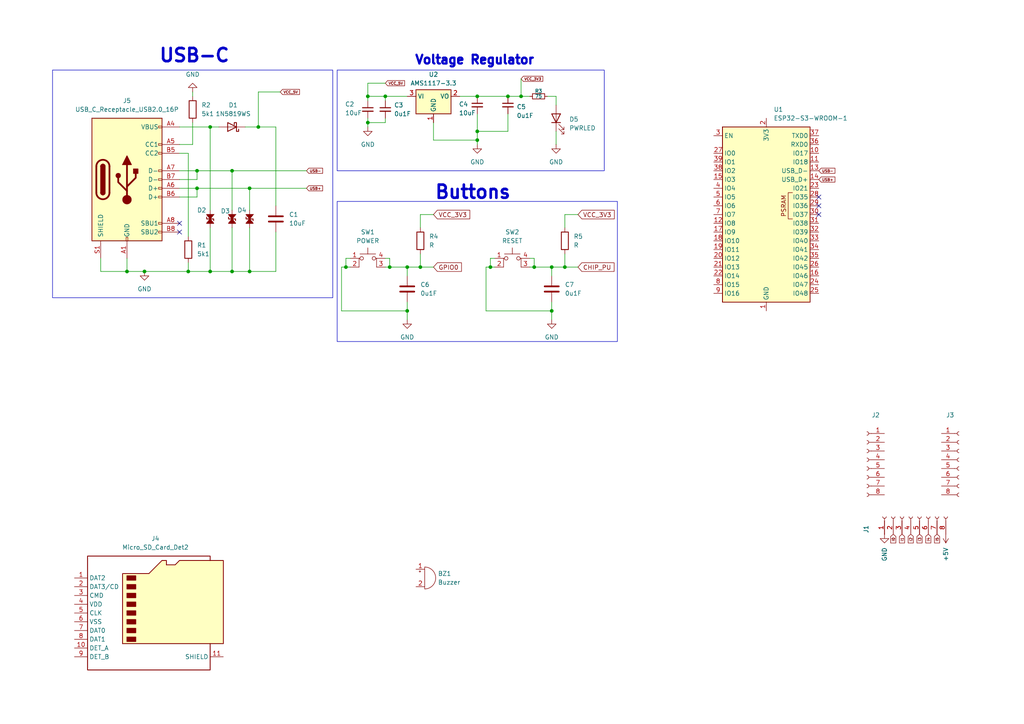
<source format=kicad_sch>
(kicad_sch (version 20250114) (generator "eeschema") (generator_version "9.0")
  (paper "A4")
  (title_block (title "T.A.C.O.S"))
  (lib_symbols
    (symbol "Connector:Conn_01x08_Socket" (pin_names (offset 1.016) (hide yes))
      (property "Reference" "J" (at 0 10.16 0))
      (property "Value" "Conn_01x08_Socket" (at 0 -12.7 0))
      (symbol "Conn_01x08_Socket_1_1"
        (polyline (pts (xy -1.27 7.62) (xy -0.508 7.62)) (stroke (width 0.1524)))
        (polyline (pts (xy -1.27 5.08) (xy -0.508 5.08)) (stroke (width 0.1524)))
        (polyline (pts (xy -1.27 2.54) (xy -0.508 2.54)) (stroke (width 0.1524)))
        (polyline (pts (xy -1.27 0) (xy -0.508 0)) (stroke (width 0.1524)))
        (polyline (pts (xy -1.27 -2.54) (xy -0.508 -2.54)) (stroke (width 0.1524)))
        (polyline (pts (xy -1.27 -5.08) (xy -0.508 -5.08)) (stroke (width 0.1524)))
        (polyline (pts (xy -1.27 -7.62) (xy -0.508 -7.62)) (stroke (width 0.1524)))
        (polyline (pts (xy -1.27 -10.16) (xy -0.508 -10.16)) (stroke (width 0.1524)))
        (arc (start 0 7.112) (mid -0.5058 7.62) (end 0 8.128) (stroke (width 0.1524)))
        (arc (start 0 4.572) (mid -0.5058 5.08) (end 0 5.588) (stroke (width 0.1524)))
        (arc (start 0 2.032) (mid -0.5058 2.54) (end 0 3.048) (stroke (width 0.1524)))
        (arc (start 0 -0.508) (mid -0.5058 0) (end 0 0.508) (stroke (width 0.1524)))
        (arc (start 0 -3.048) (mid -0.5058 -2.54) (end 0 -2.032) (stroke (width 0.1524)))
        (arc (start 0 -5.588) (mid -0.5058 -5.08) (end 0 -4.572) (stroke (width 0.1524)))
        (arc (start 0 -8.128) (mid -0.5058 -7.62) (end 0 -7.112) (stroke (width 0.1524)))
        (arc (start 0 -10.668) (mid -0.5058 -10.16) (end 0 -9.652) (stroke (width 0.1524)))
        (pin passive line (at -5.08 7.62 0) (length 3.81) (name "Pin_1") (number "1"))
        (pin passive line (at -5.08 5.08 0) (length 3.81) (name "Pin_2") (number "2"))
        (pin passive line (at -5.08 2.54 0) (length 3.81) (name "Pin_3") (number "3"))
        (pin passive line (at -5.08 0 0) (length 3.81) (name "Pin_4") (number "4"))
        (pin passive line (at -5.08 -2.54 0) (length 3.81) (name "Pin_5") (number "5"))
        (pin passive line (at -5.08 -5.08 0) (length 3.81) (name "Pin_6") (number "6"))
        (pin passive line (at -5.08 -7.62 0) (length 3.81) (name "Pin_7") (number "7"))
        (pin passive line (at -5.08 -10.16 0) (length 3.81) (name "Pin_8") (number "8"))
      )
    )
    (symbol "Connector:Micro_SD_Card_Det2"
      (property "Reference" "J" (at -16.51 17.78 0))
      (property "Value" "Micro_SD_Card_Det2" (at 16.51 17.78 0))
      (symbol "Micro_SD_Card_Det2_0_1"
        (polyline (pts (xy -8.89 -8.89) (xy -8.89 11.43) (xy -1.27 11.43) (xy 2.54 15.24) (xy 3.81 15.24) (xy 3.81 13.97) (xy 6.35 13.97) (xy 7.62 15.24) (xy 20.32 15.24) (xy 20.32 -8.89) (xy -8.89 -8.89)) (stroke (width 0.254)) (fill (type background)))
        (rectangle (start -7.62 10.795) (end -5.08 9.525) (stroke (width 0.254)) (fill (type outline)))
        (rectangle (start -7.62 8.255) (end -5.08 6.985) (stroke (width 0.254)) (fill (type outline)))
        (rectangle (start -7.62 5.715) (end -5.08 4.445) (stroke (width 0.254)) (fill (type outline)))
        (rectangle (start -7.62 3.175) (end -5.08 1.905) (stroke (width 0.254)) (fill (type outline)))
        (rectangle (start -7.62 0.635) (end -5.08 -0.635) (stroke (width 0.254)) (fill (type outline)))
        (rectangle (start -7.62 -1.905) (end -5.08 -3.175) (stroke (width 0.254)) (fill (type outline)))
        (rectangle (start -7.62 -4.445) (end -5.08 -5.715) (stroke (width 0.254)) (fill (type outline)))
        (rectangle (start -7.62 -6.985) (end -5.08 -8.255) (stroke (width 0.254)) (fill (type outline)))
        (polyline (pts (xy 16.51 15.24) (xy 16.51 16.51) (xy -19.05 16.51) (xy -19.05 -16.51) (xy 16.51 -16.51) (xy 16.51 -8.89)) (stroke (width 0.254)))
      )
      (symbol "Micro_SD_Card_Det2_1_1"
        (pin bidirectional line (at -22.86 10.16 0) (length 3.81) (name "DAT2") (number "1"))
        (pin bidirectional line (at -22.86 7.62 0) (length 3.81) (name "DAT3/CD") (number "2"))
        (pin input line (at -22.86 5.08 0) (length 3.81) (name "CMD") (number "3"))
        (pin power_in line (at -22.86 2.54 0) (length 3.81) (name "VDD") (number "4"))
        (pin input line (at -22.86 0 0) (length 3.81) (name "CLK") (number "5"))
        (pin power_in line (at -22.86 -2.54 0) (length 3.81) (name "VSS") (number "6"))
        (pin bidirectional line (at -22.86 -5.08 0) (length 3.81) (name "DAT0") (number "7"))
        (pin bidirectional line (at -22.86 -7.62 0) (length 3.81) (name "DAT1") (number "8"))
        (pin passive line (at -22.86 -10.16 0) (length 3.81) (name "DET_A") (number "10"))
        (pin passive line (at -22.86 -12.7 0) (length 3.81) (name "DET_B") (number "9"))
        (pin passive line (at 20.32 -12.7 180) (length 3.81) (name "SHIELD") (number "11"))
      )
    )
    (symbol "Connector:USB_C_Receptacle_USB2.0_16P" (pin_names (offset 1.016))
      (property "Reference" "J" (at 0 22.225 0))
      (property "Value" "USB_C_Receptacle_USB2.0_16P" (at 0 19.685 0))
      (symbol "USB_C_Receptacle_USB2.0_16P_0_0"
        (rectangle (start -0.254 -17.78) (end 0.254 -16.764))
        (rectangle (start 10.16 15.494) (end 9.144 14.986))
        (rectangle (start 10.16 10.414) (end 9.144 9.906))
        (rectangle (start 10.16 7.874) (end 9.144 7.366))
        (rectangle (start 10.16 2.794) (end 9.144 2.286))
        (rectangle (start 10.16 0.254) (end 9.144 -0.254))
        (rectangle (start 10.16 -2.286) (end 9.144 -2.794))
        (rectangle (start 10.16 -4.826) (end 9.144 -5.334))
        (rectangle (start 10.16 -12.446) (end 9.144 -12.954))
        (rectangle (start 10.16 -14.986) (end 9.144 -15.494))
      )
      (symbol "USB_C_Receptacle_USB2.0_16P_0_1"
        (rectangle (start -10.16 17.78) (end 10.16 -17.78) (stroke (width 0.254)) (fill (type background)))
        (polyline (pts (xy -8.89 -3.81) (xy -8.89 3.81)) (stroke (width 0.508)))
        (rectangle (start -7.62 -3.81) (end -6.35 3.81) (stroke (width 0.254)) (fill (type outline)))
        (arc (start -7.62 3.81) (mid -6.985 4.4423) (end -6.35 3.81) (stroke (width 0.254)))
        (arc (start -7.62 3.81) (mid -6.985 4.4423) (end -6.35 3.81) (stroke (width 0.254)) (fill (type outline)))
        (arc (start -8.89 3.81) (mid -6.985 5.7067) (end -5.08 3.81) (stroke (width 0.508)))
        (arc (start -5.08 -3.81) (mid -6.985 -5.7067) (end -8.89 -3.81) (stroke (width 0.508)))
        (arc (start -6.35 -3.81) (mid -6.985 -4.4423) (end -7.62 -3.81) (stroke (width 0.254)))
        (arc (start -6.35 -3.81) (mid -6.985 -4.4423) (end -7.62 -3.81) (stroke (width 0.254)) (fill (type outline)))
        (polyline (pts (xy -5.08 3.81) (xy -5.08 -3.81)) (stroke (width 0.508)))
        (circle (center -2.54 1.143) (radius 0.635) (stroke (width 0.254)) (fill (type outline)))
        (polyline (pts (xy -1.27 4.318) (xy 0 6.858) (xy 1.27 4.318) (xy -1.27 4.318)) (stroke (width 0.254)) (fill (type outline)))
        (polyline (pts (xy 0 -2.032) (xy 2.54 0.508) (xy 2.54 1.778)) (stroke (width 0.508)))
        (polyline (pts (xy 0 -3.302) (xy -2.54 -0.762) (xy -2.54 0.508)) (stroke (width 0.508)))
        (polyline (pts (xy 0 -5.842) (xy 0 4.318)) (stroke (width 0.508)))
        (circle (center 0 -5.842) (radius 1.27) (fill (type outline)))
        (rectangle (start 1.905 1.778) (end 3.175 3.048) (stroke (width 0.254)) (fill (type outline)))
      )
      (symbol "USB_C_Receptacle_USB2.0_16P_1_1"
        (pin passive line (at -7.62 -22.86 90) (length 5.08) (name "SHIELD") (number "S1"))
        (pin passive line (at 0 -22.86 90) (length 5.08) (name "GND") (number "A1"))
        (pin passive line (at 0 -22.86 90) (length 5.08) (hide yes) (name "GND") (number "A12"))
        (pin passive line (at 0 -22.86 90) (length 5.08) (hide yes) (name "GND") (number "B1"))
        (pin passive line (at 0 -22.86 90) (length 5.08) (hide yes) (name "GND") (number "B12"))
        (pin passive line (at 15.24 15.24 180) (length 5.08) (name "VBUS") (number "A4"))
        (pin passive line (at 15.24 15.24 180) (length 5.08) (hide yes) (name "VBUS") (number "A9"))
        (pin passive line (at 15.24 15.24 180) (length 5.08) (hide yes) (name "VBUS") (number "B4"))
        (pin passive line (at 15.24 15.24 180) (length 5.08) (hide yes) (name "VBUS") (number "B9"))
        (pin bidirectional line (at 15.24 10.16 180) (length 5.08) (name "CC1") (number "A5"))
        (pin bidirectional line (at 15.24 7.62 180) (length 5.08) (name "CC2") (number "B5"))
        (pin bidirectional line (at 15.24 2.54 180) (length 5.08) (name "D-") (number "A7"))
        (pin bidirectional line (at 15.24 0 180) (length 5.08) (name "D-") (number "B7"))
        (pin bidirectional line (at 15.24 -2.54 180) (length 5.08) (name "D+") (number "A6"))
        (pin bidirectional line (at 15.24 -5.08 180) (length 5.08) (name "D+") (number "B6"))
        (pin bidirectional line (at 15.24 -12.7 180) (length 5.08) (name "SBU1") (number "A8"))
        (pin bidirectional line (at 15.24 -15.24 180) (length 5.08) (name "SBU2") (number "B8"))
      )
    )
    (symbol "Device:Buzzer" (pin_names (offset 0.0254) (hide yes))
      (property "Reference" "BZ" (at 3.81 1.27 0))
      (property "Value" "Buzzer" (at 3.81 -1.27 0))
      (symbol "Buzzer_0_1"
        (polyline (pts (xy -1.651 1.905) (xy -1.143 1.905)))
        (polyline (pts (xy -1.397 2.159) (xy -1.397 1.651)))
        (arc (start 0 3.175) (mid 3.1612 0) (end 0 -3.175))
        (polyline (pts (xy 0 3.175) (xy 0 -3.175)))
      )
      (symbol "Buzzer_1_1"
        (pin passive line (at -2.54 2.54 0) (length 2.54) (name "+") (number "1"))
        (pin passive line (at -2.54 -2.54 0) (length 2.54) (name "-") (number "2"))
      )
    )
    (symbol "Device:C" (pin_numbers (hide yes)) (pin_names (offset 0.254))
      (property "Reference" "C" (at 0.635 2.54 0))
      (property "Value" "C" (at 0.635 -2.54 0))
      (symbol "C_0_1"
        (polyline (pts (xy -2.032 0.762) (xy 2.032 0.762)) (stroke (width 0.508)))
        (polyline (pts (xy -2.032 -0.762) (xy 2.032 -0.762)) (stroke (width 0.508)))
      )
      (symbol "C_1_1"
        (pin passive line (at 0 3.81 270) (length 2.794) (name "~") (number "1"))
        (pin passive line (at 0 -3.81 90) (length 2.794) (name "~") (number "2"))
      )
    )
    (symbol "Device:C_Small" (pin_numbers (hide yes)) (pin_names (offset 0.254) (hide yes))
      (property "Reference" "C" (at 0.254 1.778 0))
      (property "Value" "C_Small" (at 0.254 -2.032 0))
      (symbol "C_Small_0_1"
        (polyline (pts (xy -1.524 0.508) (xy 1.524 0.508)) (stroke (width 0.3048)))
        (polyline (pts (xy -1.524 -0.508) (xy 1.524 -0.508)) (stroke (width 0.3302)))
      )
      (symbol "C_Small_1_1"
        (pin passive line (at 0 2.54 270) (length 2.032) (name "~") (number "1"))
        (pin passive line (at 0 -2.54 90) (length 2.032) (name "~") (number "2"))
      )
    )
    (symbol "Device:D_TVS_Small_Filled" (pin_numbers (hide yes)) (pin_names (offset 1.016) (hide yes))
      (property "Reference" "D" (at 0 2.54 0))
      (property "Value" "D_TVS_Small_Filled" (at 0 -2.54 0))
      (symbol "D_TVS_Small_Filled_0_1"
        (polyline (pts (xy -1.27 0) (xy 1.27 0)))
        (polyline (pts (xy 0.508 1.016) (xy 0 1.016) (xy 0 -1.016) (xy -0.508 -1.016)) (stroke (width 0.254)))
      )
      (symbol "D_TVS_Small_Filled_1_1"
        (polyline (pts (xy -1.27 1.016) (xy -1.27 -1.016) (xy 0 0) (xy -1.27 1.016)) (stroke (width 0.254)) (fill (type outline)))
        (polyline (pts (xy 0 0) (xy 1.27 1.016) (xy 1.27 -1.016) (xy 0 0)) (stroke (width 0.254)) (fill (type outline)))
        (pin passive line (at -2.54 0 0) (length 1.27) (name "A1") (number "1"))
        (pin passive line (at 2.54 0 180) (length 1.27) (name "A2") (number "2"))
      )
    )
    (symbol "Device:LED" (pin_numbers (hide yes)) (pin_names (offset 1.016) (hide yes))
      (property "Reference" "D" (at 0 2.54 0))
      (property "Value" "LED" (at 0 -2.54 0))
      (symbol "LED_0_1"
        (polyline (pts (xy -3.048 -0.762) (xy -4.572 -2.286) (xy -3.81 -2.286) (xy -4.572 -2.286) (xy -4.572 -1.524)))
        (polyline (pts (xy -1.778 -0.762) (xy -3.302 -2.286) (xy -2.54 -2.286) (xy -3.302 -2.286) (xy -3.302 -1.524)))
        (polyline (pts (xy -1.27 0) (xy 1.27 0)))
        (polyline (pts (xy -1.27 -1.27) (xy -1.27 1.27)) (stroke (width 0.254)))
        (polyline (pts (xy 1.27 -1.27) (xy 1.27 1.27) (xy -1.27 0) (xy 1.27 -1.27)) (stroke (width 0.254)))
      )
      (symbol "LED_1_1"
        (pin passive line (at -3.81 0 0) (length 2.54) (name "K") (number "1"))
        (pin passive line (at 3.81 0 180) (length 2.54) (name "A") (number "2"))
      )
    )
    (symbol "Device:R" (pin_numbers (hide yes)) (pin_names (offset 0))
      (property "Reference" "R" (at 2.032 0 90))
      (property "Value" "R" (at 0 0 90))
      (symbol "R_0_1"
        (rectangle (start -1.016 -2.54) (end 1.016 2.54) (stroke (width 0.254)))
      )
      (symbol "R_1_1"
        (pin passive line (at 0 3.81 270) (length 1.27) (name "~") (number "1"))
        (pin passive line (at 0 -3.81 90) (length 1.27) (name "~") (number "2"))
      )
    )
    (symbol "Device:R_Small" (pin_numbers (hide yes)) (pin_names (offset 0.254) (hide yes))
      (property "Reference" "R" (at 0 0 90))
      (property "Value" "R_Small" (at 1.778 0 90))
      (symbol "R_Small_0_1"
        (rectangle (start -0.762 1.778) (end 0.762 -1.778) (stroke (width 0.2032)))
      )
      (symbol "R_Small_1_1"
        (pin passive line (at 0 2.54 270) (length 0.762) (name "~") (number "1"))
        (pin passive line (at 0 -2.54 90) (length 0.762) (name "~") (number "2"))
      )
    )
    (symbol "Diode:1N5819WS" (pin_numbers (hide yes)) (pin_names (offset 1.016) (hide yes))
      (property "Reference" "D" (at 0 2.54 0))
      (property "Value" "1N5819WS" (at 0 -2.54 0))
      (symbol "1N5819WS_0_1"
        (polyline (pts (xy -1.905 0.635) (xy -1.905 1.27) (xy -1.27 1.27) (xy -1.27 -1.27) (xy -0.635 -1.27) (xy -0.635 -0.635)) (stroke (width 0.254)))
        (polyline (pts (xy 1.27 1.27) (xy 1.27 -1.27) (xy -1.27 0) (xy 1.27 1.27)) (stroke (width 0.254)))
        (polyline (pts (xy 1.27 0) (xy -1.27 0)))
      )
      (symbol "1N5819WS_1_1"
        (pin passive line (at -3.81 0 0) (length 2.54) (name "K") (number "1"))
        (pin passive line (at 3.81 0 180) (length 2.54) (name "A") (number "2"))
      )
    )
    (symbol "RF_Module:ESP32-S3-WROOM-1"
      (property "Reference" "U" (at -12.7 26.67 0))
      (property "Value" "ESP32-S3-WROOM-1" (at 12.7 26.67 0))
      (symbol "ESP32-S3-WROOM-1_0_0"
        (rectangle (start -12.7 25.4) (end 12.7 -25.4) (stroke (width 0.254)) (fill (type background)))
        (text "PSRAM" (at 5.08 2.54 900) (effects (font (size 1.27 1.27))))
      )
      (symbol "ESP32-S3-WROOM-1_0_1"
        (polyline (pts (xy 7.62 -1.27) (xy 6.35 -1.27) (xy 6.35 6.35) (xy 7.62 6.35)))
      )
      (symbol "ESP32-S3-WROOM-1_1_1"
        (pin input line (at -15.24 22.86 0) (length 2.54) (name "EN") (number "3"))
        (pin bidirectional line (at -15.24 17.78 0) (length 2.54) (name "IO0") (number "27"))
        (pin bidirectional line (at -15.24 15.24 0) (length 2.54) (name "IO1") (number "39"))
        (pin bidirectional line (at -15.24 12.7 0) (length 2.54) (name "IO2") (number "38"))
        (pin bidirectional line (at -15.24 10.16 0) (length 2.54) (name "IO3") (number "15"))
        (pin bidirectional line (at -15.24 7.62 0) (length 2.54) (name "IO4") (number "4"))
        (pin bidirectional line (at -15.24 5.08 0) (length 2.54) (name "IO5") (number "5"))
        (pin bidirectional line (at -15.24 2.54 0) (length 2.54) (name "IO6") (number "6"))
        (pin bidirectional line (at -15.24 0 0) (length 2.54) (name "IO7") (number "7"))
        (pin bidirectional line (at -15.24 -2.54 0) (length 2.54) (name "IO8") (number "12"))
        (pin bidirectional line (at -15.24 -5.08 0) (length 2.54) (name "IO9") (number "17"))
        (pin bidirectional line (at -15.24 -7.62 0) (length 2.54) (name "IO10") (number "18"))
        (pin bidirectional line (at -15.24 -10.16 0) (length 2.54) (name "IO11") (number "19"))
        (pin bidirectional line (at -15.24 -12.7 0) (length 2.54) (name "IO12") (number "20"))
        (pin bidirectional line (at -15.24 -15.24 0) (length 2.54) (name "IO13") (number "21"))
        (pin bidirectional line (at -15.24 -17.78 0) (length 2.54) (name "IO14") (number "22"))
        (pin bidirectional line (at -15.24 -20.32 0) (length 2.54) (name "IO15") (number "8"))
        (pin bidirectional line (at -15.24 -22.86 0) (length 2.54) (name "IO16") (number "9"))
        (pin power_in line (at 0 27.94 270) (length 2.54) (name "3V3") (number "2"))
        (pin power_in line (at 0 -27.94 90) (length 2.54) (name "GND") (number "1"))
        (pin passive line (at 0 -27.94 90) (length 2.54) (hide yes) (name "GND") (number "40"))
        (pin passive line (at 0 -27.94 90) (length 2.54) (hide yes) (name "GND") (number "41"))
        (pin bidirectional line (at 15.24 22.86 180) (length 2.54) (name "TXD0") (number "37"))
        (pin bidirectional line (at 15.24 20.32 180) (length 2.54) (name "RXD0") (number "36"))
        (pin bidirectional line (at 15.24 17.78 180) (length 2.54) (name "IO17") (number "10"))
        (pin bidirectional line (at 15.24 15.24 180) (length 2.54) (name "IO18") (number "11"))
        (pin bidirectional line (at 15.24 12.7 180) (length 2.54) (name "USB_D-") (number "13"))
        (pin bidirectional line (at 15.24 10.16 180) (length 2.54) (name "USB_D+") (number "14"))
        (pin bidirectional line (at 15.24 7.62 180) (length 2.54) (name "IO21") (number "23"))
        (pin bidirectional line (at 15.24 5.08 180) (length 2.54) (name "IO35") (number "28"))
        (pin bidirectional line (at 15.24 2.54 180) (length 2.54) (name "IO36") (number "29"))
        (pin bidirectional line (at 15.24 0 180) (length 2.54) (name "IO37") (number "30"))
        (pin bidirectional line (at 15.24 -2.54 180) (length 2.54) (name "IO38") (number "31"))
        (pin bidirectional line (at 15.24 -5.08 180) (length 2.54) (name "IO39") (number "32"))
        (pin bidirectional line (at 15.24 -7.62 180) (length 2.54) (name "IO40") (number "33"))
        (pin bidirectional line (at 15.24 -10.16 180) (length 2.54) (name "IO41") (number "34"))
        (pin bidirectional line (at 15.24 -12.7 180) (length 2.54) (name "IO42") (number "35"))
        (pin bidirectional line (at 15.24 -15.24 180) (length 2.54) (name "IO45") (number "26"))
        (pin bidirectional line (at 15.24 -17.78 180) (length 2.54) (name "IO46") (number "16"))
        (pin bidirectional line (at 15.24 -20.32 180) (length 2.54) (name "IO47") (number "24"))
        (pin bidirectional line (at 15.24 -22.86 180) (length 2.54) (name "IO48") (number "25"))
      )
    )
    (symbol "Regulator_Linear:AMS1117-3.3"
      (property "Reference" "U" (at -3.81 3.175 0))
      (property "Value" "AMS1117-3.3" (at 0 3.175 0))
      (symbol "AMS1117-3.3_0_1"
        (rectangle (start -5.08 -5.08) (end 5.08 1.905) (stroke (width 0.254)) (fill (type background)))
      )
      (symbol "AMS1117-3.3_1_1"
        (pin power_in line (at -7.62 0 0) (length 2.54) (name "VI") (number "3"))
        (pin power_in line (at 0 -7.62 90) (length 2.54) (name "GND") (number "1"))
        (pin power_out line (at 7.62 0 180) (length 2.54) (name "VO") (number "2"))
      )
    )
    (symbol "Switch:SW_MEC_5E" (pin_names (offset 1.016) (hide yes))
      (property "Reference" "SW" (at 0.635 5.715 0))
      (property "Value" "SW_MEC_5E" (at 0 -3.175 0))
      (symbol "SW_MEC_5E_0_1"
        (polyline (pts (xy -2.54 0) (xy -2.54 2.54) (xy -2.286 2.54)))
        (polyline (pts (xy -2.286 3.81) (xy 2.286 3.81)))
        (circle (center -1.778 2.54) (radius 0.508))
        (polyline (pts (xy 0 3.81) (xy 0 5.588)))
        (circle (center 1.778 2.54) (radius 0.508))
        (polyline (pts (xy 2.54 0) (xy 2.54 2.54) (xy 2.286 2.54)))
        (pin passive line (at -5.08 2.54 0) (length 2.54) (name "1") (number "1"))
        (pin passive line (at -5.08 0 0) (length 2.54) (name "2") (number "2"))
        (pin passive line (at 5.08 2.54 180) (length 2.54) (name "A") (number "4"))
        (pin passive line (at 5.08 0 180) (length 2.54) (name "K") (number "3"))
      )
    )
    (symbol "power:+5V" (power) (pin_numbers (hide yes)) (pin_names (offset 0) (hide yes))
      (property "Value" "+5V" (at 0 3.556 0))
      (symbol "+5V_0_1"
        (polyline (pts (xy -0.762 1.27) (xy 0 2.54)))
        (polyline (pts (xy 0 2.54) (xy 0.762 1.27)))
        (polyline (pts (xy 0 0) (xy 0 2.54)))
      )
      (symbol "+5V_1_1"
        (pin power_in line (at 0 0 90) (length 0) (name "~") (number "1"))
      )
    )
    (symbol "power:GND" (power) (pin_numbers (hide yes)) (pin_names (offset 0) (hide yes))
      (property "Value" "GND" (at 0 -3.81 0))
      (symbol "GND_0_1"
        (polyline (pts (xy 0 0) (xy 0 -1.27) (xy 1.27 -1.27) (xy 0 -2.54) (xy -1.27 -1.27) (xy 0 -1.27)))
      )
      (symbol "GND_1_1"
        (pin power_in line (at 0 0 270) (length 0) (name "~") (number "1"))
      )
    )
  )
  (rectangle (start 15.24 20.32) (end 96.52 86.36))
  (rectangle (start 97.79 58.42) (end 179.07 99.06))
  (rectangle (start 97.79 20.32) (end 175.26 49.53))
  (text "Voltage Regulator" (at 137.668 17.526 0) (effects (font (size 2.54 2.54) (thickness 0.762) (bold yes))))
  (text "Buttons" (at 137.16 55.88 0) (effects (font (size 3.81 3.81) (thickness 0.762) (bold yes))))
  (text "USB-C" (at 56.388 16.256 0) (effects (font (size 3.81 3.81) (thickness 0.762) (bold yes))))
  (junction (at 118.11 90.17))
  (junction (at 138.43 27.94))
  (junction (at 151.13 27.94))
  (junction (at 72.39 78.74))
  (junction (at 67.31 49.53))
  (junction (at 142.24 77.47))
  (junction (at 60.96 78.74))
  (junction (at 36.83 78.74))
  (junction (at 74.93 36.83))
  (junction (at 54.61 78.74))
  (junction (at 154.94 77.47))
  (junction (at 60.96 36.83))
  (junction (at 57.15 54.61))
  (junction (at 111.76 27.94))
  (junction (at 106.68 27.94))
  (junction (at 100.33 77.47))
  (junction (at 121.92 77.47))
  (junction (at 147.32 27.94))
  (junction (at 118.11 77.47))
  (junction (at 160.02 90.17))
  (junction (at 160.02 77.47))
  (junction (at 163.83 77.47))
  (junction (at 72.39 54.61))
  (junction (at 138.43 38.1))
  (junction (at 138.43 40.64))
  (junction (at 57.15 49.53))
  (junction (at 106.68 35.56))
  (junction (at 67.31 78.74))
  (junction (at 41.91 78.74))
  (junction (at 113.03 77.47))
  (no_connect (at 237.49 59.69))
  (no_connect (at 237.49 57.15))
  (no_connect (at 237.49 62.23))
  (no_connect (at 52.07 67.31))
  (no_connect (at 52.07 64.77))
  (wire (pts (xy 161.29 27.94) (xy 161.29 30.48)))
  (wire (pts (xy 80.01 36.83) (xy 74.93 36.83)))
  (wire (pts (xy 140.97 90.17) (xy 160.02 90.17)))
  (wire (pts (xy 143.51 74.93) (xy 142.24 74.93)))
  (wire (pts (xy 138.43 27.94) (xy 147.32 27.94)))
  (wire (pts (xy 80.01 59.69) (xy 80.01 36.83)))
  (wire (pts (xy 60.96 66.04) (xy 60.96 78.74)))
  (wire (pts (xy 133.35 27.94) (xy 138.43 27.94)))
  (wire (pts (xy 154.94 77.47) (xy 153.67 77.47)))
  (wire (pts (xy 163.83 66.04) (xy 163.83 62.23)))
  (wire (pts (xy 147.32 33.02) (xy 147.32 38.1)))
  (wire (pts (xy 55.88 26.67) (xy 55.88 27.94)))
  (wire (pts (xy 160.02 77.47) (xy 154.94 77.47)))
  (wire (pts (xy 118.11 77.47) (xy 121.92 77.47)))
  (wire (pts (xy 80.01 78.74) (xy 80.01 67.31)))
  (wire (pts (xy 52.07 57.15) (xy 57.15 57.15)))
  (wire (pts (xy 151.13 27.94) (xy 151.13 22.86)))
  (wire (pts (xy 36.83 74.93) (xy 36.83 78.74)))
  (wire (pts (xy 54.61 44.45) (xy 52.07 44.45)))
  (wire (pts (xy 113.03 74.93) (xy 113.03 77.47)))
  (wire (pts (xy 121.92 62.23) (xy 125.73 62.23)))
  (wire (pts (xy 158.75 27.94) (xy 161.29 27.94)))
  (wire (pts (xy 118.11 87.63) (xy 118.11 90.17)))
  (wire (pts (xy 153.67 74.93) (xy 154.94 74.93)))
  (wire (pts (xy 54.61 76.2) (xy 54.61 78.74)))
  (wire (pts (xy 160.02 77.47) (xy 163.83 77.47)))
  (wire (pts (xy 143.51 77.47) (xy 142.24 77.47)))
  (wire (pts (xy 99.06 77.47) (xy 99.06 90.17)))
  (wire (pts (xy 118.11 80.01) (xy 118.11 77.47)))
  (wire (pts (xy 160.02 87.63) (xy 160.02 90.17)))
  (wire (pts (xy 138.43 38.1) (xy 138.43 40.64)))
  (wire (pts (xy 67.31 66.04) (xy 67.31 78.74)))
  (wire (pts (xy 67.31 49.53) (xy 57.15 49.53)))
  (wire (pts (xy 118.11 90.17) (xy 118.11 92.71)))
  (wire (pts (xy 41.91 78.74) (xy 54.61 78.74)))
  (wire (pts (xy 106.68 34.29) (xy 106.68 35.56)))
  (wire (pts (xy 142.24 77.47) (xy 140.97 77.47)))
  (wire (pts (xy 74.93 26.67) (xy 74.93 36.83)))
  (wire (pts (xy 106.68 24.13) (xy 106.68 27.94)))
  (wire (pts (xy 106.68 27.94) (xy 106.68 29.21)))
  (wire (pts (xy 54.61 68.58) (xy 54.61 44.45)))
  (wire (pts (xy 55.88 41.91) (xy 52.07 41.91)))
  (wire (pts (xy 121.92 77.47) (xy 125.73 77.47)))
  (wire (pts (xy 57.15 49.53) (xy 57.15 52.07)))
  (wire (pts (xy 121.92 66.04) (xy 121.92 62.23)))
  (wire (pts (xy 57.15 49.53) (xy 52.07 49.53)))
  (wire (pts (xy 60.96 36.83) (xy 60.96 60.96)))
  (wire (pts (xy 101.6 74.93) (xy 100.33 74.93)))
  (wire (pts (xy 67.31 78.74) (xy 72.39 78.74)))
  (wire (pts (xy 72.39 54.61) (xy 57.15 54.61)))
  (wire (pts (xy 113.03 77.47) (xy 111.76 77.47)))
  (wire (pts (xy 88.9 49.53) (xy 67.31 49.53)))
  (wire (pts (xy 54.61 78.74) (xy 60.96 78.74)))
  (wire (pts (xy 29.21 78.74) (xy 36.83 78.74)))
  (wire (pts (xy 111.76 27.94) (xy 118.11 27.94)))
  (wire (pts (xy 100.33 77.47) (xy 99.06 77.47)))
  (wire (pts (xy 163.83 73.66) (xy 163.83 77.47)))
  (wire (pts (xy 163.83 77.47) (xy 167.64 77.47)))
  (wire (pts (xy 111.76 35.56) (xy 111.76 34.29)))
  (wire (pts (xy 121.92 73.66) (xy 121.92 77.47)))
  (wire (pts (xy 140.97 77.47) (xy 140.97 90.17)))
  (wire (pts (xy 111.76 27.94) (xy 111.76 29.21)))
  (wire (pts (xy 57.15 57.15) (xy 57.15 54.61)))
  (wire (pts (xy 111.76 24.13) (xy 106.68 24.13)))
  (wire (pts (xy 60.96 78.74) (xy 67.31 78.74)))
  (wire (pts (xy 147.32 27.94) (xy 151.13 27.94)))
  (wire (pts (xy 160.02 80.01) (xy 160.02 77.47)))
  (wire (pts (xy 88.9 54.61) (xy 72.39 54.61)))
  (wire (pts (xy 29.21 78.74) (xy 29.21 74.93)))
  (wire (pts (xy 111.76 74.93) (xy 113.03 74.93)))
  (wire (pts (xy 57.15 54.61) (xy 52.07 54.61)))
  (wire (pts (xy 74.93 36.83) (xy 71.12 36.83)))
  (wire (pts (xy 60.96 36.83) (xy 63.5 36.83)))
  (wire (pts (xy 72.39 54.61) (xy 72.39 60.96)))
  (wire (pts (xy 160.02 90.17) (xy 160.02 92.71)))
  (wire (pts (xy 52.07 36.83) (xy 60.96 36.83)))
  (wire (pts (xy 52.07 52.07) (xy 57.15 52.07)))
  (wire (pts (xy 106.68 35.56) (xy 106.68 36.83)))
  (wire (pts (xy 161.29 38.1) (xy 161.29 41.91)))
  (wire (pts (xy 101.6 77.47) (xy 100.33 77.47)))
  (wire (pts (xy 72.39 78.74) (xy 80.01 78.74)))
  (wire (pts (xy 138.43 33.02) (xy 138.43 38.1)))
  (wire (pts (xy 147.32 38.1) (xy 138.43 38.1)))
  (wire (pts (xy 125.73 35.56) (xy 125.73 40.64)))
  (wire (pts (xy 72.39 66.04) (xy 72.39 78.74)))
  (wire (pts (xy 163.83 62.23) (xy 167.64 62.23)))
  (wire (pts (xy 118.11 77.47) (xy 113.03 77.47)))
  (wire (pts (xy 81.28 26.67) (xy 74.93 26.67)))
  (wire (pts (xy 151.13 27.94) (xy 153.67 27.94)))
  (wire (pts (xy 67.31 49.53) (xy 67.31 60.96)))
  (wire (pts (xy 99.06 90.17) (xy 118.11 90.17)))
  (wire (pts (xy 125.73 40.64) (xy 138.43 40.64)))
  (wire (pts (xy 142.24 74.93) (xy 142.24 77.47)))
  (wire (pts (xy 106.68 35.56) (xy 111.76 35.56)))
  (wire (pts (xy 106.68 27.94) (xy 111.76 27.94)))
  (wire (pts (xy 36.83 78.74) (xy 41.91 78.74)))
  (wire (pts (xy 154.94 74.93) (xy 154.94 77.47)))
  (wire (pts (xy 100.33 74.93) (xy 100.33 77.47)))
  (wire (pts (xy 138.43 40.64) (xy 138.43 41.91)))
  (wire (pts (xy 55.88 35.56) (xy 55.88 41.91)))
  (global_label "VCC_3V3" (shape input) (at 151.13 22.86 0) (effects (font (size 0.762 0.762))) (property "Intersheetrefs" "${INTERSHEET_REFS}" (effects (hide yes))))
  (global_label "GPIO0" (shape input) (at 125.73 77.47 0) (property "Intersheetrefs" "${INTERSHEET_REFS}" (effects (hide yes))))
  (global_label "VCC_3V3" (shape input) (at 167.64 62.23 0) (property "Intersheetrefs" "${INTERSHEET_REFS}" (effects (hide yes))))
  (global_label "VCC_3V3" (shape input) (at 125.73 62.23 0) (property "Intersheetrefs" "${INTERSHEET_REFS}" (effects (hide yes))))
  (global_label "USB-" (shape input) (at 237.49 49.53 0) (effects (font (size 0.762 0.762))) (property "Intersheetrefs" "${INTERSHEET_REFS}" (effects (hide yes))))
  (global_label "USB-" (shape input) (at 88.9 49.53 0) (effects (font (size 0.762 0.762))) (property "Intersheetrefs" "${INTERSHEET_REFS}" (effects (hide yes))))
  (global_label "I2" (shape input) (at 264.16 154.94 270) (effects (font (size 0.762 0.762))) (property "Intersheetrefs" "${INTERSHEET_REFS}" (effects (hide yes))))
  (global_label "I0" (shape input) (at 259.08 154.94 270) (effects (font (size 0.762 0.762))) (property "Intersheetrefs" "${INTERSHEET_REFS}" (effects (hide yes))))
  (global_label "CHIP_PU" (shape input) (at 167.64 77.47 0) (property "Intersheetrefs" "${INTERSHEET_REFS}" (effects (hide yes))))
  (global_label "VCC_5V" (shape input) (at 81.28 26.67 0) (effects (font (size 0.762 0.762))) (property "Intersheetrefs" "${INTERSHEET_REFS}" (effects (hide yes))))
  (global_label "I5" (shape input) (at 271.78 154.94 270) (effects (font (size 0.762 0.762))) (property "Intersheetrefs" "${INTERSHEET_REFS}" (effects (hide yes))))
  (global_label "I3" (shape input) (at 266.7 154.94 270) (effects (font (size 0.762 0.762))) (property "Intersheetrefs" "${INTERSHEET_REFS}" (effects (hide yes))))
  (global_label "USB+" (shape input) (at 88.9 54.61 0) (effects (font (size 0.762 0.762))) (property "Intersheetrefs" "${INTERSHEET_REFS}" (effects (hide yes))))
  (global_label "USB+" (shape input) (at 237.49 52.07 0) (effects (font (size 0.762 0.762))) (property "Intersheetrefs" "${INTERSHEET_REFS}" (effects (hide yes))))
  (global_label "VCC_5V" (shape input) (at 111.76 24.13 0) (effects (font (size 0.762 0.762))) (property "Intersheetrefs" "${INTERSHEET_REFS}" (effects (hide yes))))
  (global_label "I4" (shape input) (at 269.24 154.94 270) (effects (font (size 0.762 0.762))) (property "Intersheetrefs" "${INTERSHEET_REFS}" (effects (hide yes))))
  (global_label "I1" (shape input) (at 261.62 154.94 270) (effects (font (size 0.762 0.762))) (property "Intersheetrefs" "${INTERSHEET_REFS}" (effects (hide yes))))
  (symbol (lib_id "power:GND") (at 138.43 41.91 0) (unit 1)
    (property "Reference" "#PWR07" (effects (hide yes)))
    (property "Value" "GND" (at 138.43 46.99 0))
    (property "Description" "Power symbol creates a global label with name \"GND\" , ground" (effects (hide yes)))
  )
  (symbol (lib_id "power:GND") (at 256.54 154.94 0) (unit 1)
    (property "Reference" "#PWR01" (effects (hide yes)))
    (property "Value" "GND" (at 256.5399 158.75 90) (effects (justify right)))
    (property "Description" "Power symbol creates a global label with name \"GND\" , ground" (effects (hide yes)))
  )
  (symbol (lib_id "Device:C_Small") (at 106.68 31.75 0) (unit 1)
    (property "Reference" "C2" (at 100.076 30.226 0) (effects (justify left)))
    (property "Value" "10uF" (at 100.076 32.766 0) (effects (justify left)))
    (property "Description" "Unpolarized capacitor, small symbol" (effects (hide yes)))
  )
  (symbol (lib_id "Regulator_Linear:AMS1117-3.3") (at 125.73 27.94 0) (unit 1)
    (property "Reference" "U2" (at 125.73 21.59 0))
    (property "Value" "AMS1117-3.3" (at 125.73 24.13 0))
    (property "Footprint" "Package_TO_SOT_SMD:SOT-223-3_TabPin2" (effects (hide yes)))
    (property "Datasheet" "http://www.advanced-monolithic.com/pdf/ds1117.pdf" (effects (hide yes)))
    (property "Description" "1A Low Dropout regulator, positive, 3.3V fixed output, SOT-223" (effects (hide yes)))
  )
  (symbol (lib_id "power:+5V") (at 274.32 154.94 180) (unit 1)
    (property "Reference" "#PWR02" (effects (hide yes)))
    (property "Value" "+5V" (at 274.3199 158.75 90) (effects (justify left)))
    (property "Description" "Power symbol creates a global label with name \"+5V\"" (effects (hide yes)))
  )
  (symbol (lib_id "Device:R") (at 55.88 31.75 180) (unit 1)
    (property "Reference" "R2" (at 58.42 30.4799 0) (effects (justify right)))
    (property "Value" "5k1" (at 58.42 33.0199 0) (effects (justify right)))
    (property "Description" "Resistor" (effects (hide yes)))
  )
  (symbol (lib_id "power:GND") (at 106.68 36.83 0) (unit 1)
    (property "Reference" "#PWR05" (effects (hide yes)))
    (property "Value" "GND" (at 106.68 41.91 0))
    (property "Description" "Power symbol creates a global label with name \"GND\" , ground" (effects (hide yes)))
  )
  (symbol (lib_id "Connector:USB_C_Receptacle_USB2.0_16P") (at 36.83 52.07 0) (unit 1)
    (property "Reference" "J5" (at 36.83 29.21 0))
    (property "Value" "USB_C_Receptacle_USB2.0_16P" (at 36.83 31.75 0))
    (property "Datasheet" "https://www.usb.org/sites/default/files/documents/usb_type-c.zip" (effects (hide yes)))
    (property "Description" "USB 2.0-only 16P Type-C Receptacle connector" (effects (hide yes)))
  )
  (symbol (lib_id "Connector:Micro_SD_Card_Det2") (at 44.45 177.8 0) (unit 1)
    (property "Reference" "J4" (at 45.085 156.21 0))
    (property "Value" "Micro_SD_Card_Det2" (at 45.085 158.75 0))
    (property "Footprint" "Connector_Card:microSD_HC_Hirose_DM3AT-SF-PEJM5" (effects (hide yes)))
    (property "Datasheet" "https://www.hirose.com/en/product/document?clcode=&productname=&series=DM3&documenttype=Catalog&lang=en&documentid=D49662_en" (effects (hide yes)))
    (property "Description" "Micro SD Card Socket with two card detection pins" (effects (hide yes)))
  )
  (symbol (lib_id "Device:R") (at 163.83 69.85 0) (unit 1)
    (property "Reference" "R5" (at 166.37 68.5799 0) (effects (justify left)))
    (property "Value" "R" (at 166.37 71.1199 0) (effects (justify left)))
    (property "Description" "Resistor" (effects (hide yes)))
  )
  (symbol (lib_id "Device:Buzzer") (at 123.19 167.64 0) (unit 1)
    (property "Reference" "BZ1" (at 127 166.3699 0) (effects (justify left)))
    (property "Value" "Buzzer" (at 127 168.9099 0) (effects (justify left)))
    (property "Footprint" "Buzzer_Beeper:Buzzer_Mallory_AST1109MLTRQ" (effects (hide yes)))
    (property "Description" "Buzzer, polarized" (effects (hide yes)))
  )
  (symbol (lib_id "Device:C") (at 80.01 63.5 0) (unit 1)
    (property "Reference" "C1" (at 83.82 62.2299 0) (effects (justify left)))
    (property "Value" "10uF" (at 83.82 64.7699 0) (effects (justify left)))
    (property "Description" "Unpolarized capacitor" (effects (hide yes)))
  )
  (symbol (lib_id "Device:C_Small") (at 138.43 30.48 0) (unit 1)
    (property "Reference" "C4" (at 133.096 30.226 0) (effects (justify left)))
    (property "Value" "10uF" (at 133.096 32.766 0) (effects (justify left)))
    (property "Description" "Unpolarized capacitor, small symbol" (effects (hide yes)))
  )
  (symbol (lib_id "Device:D_TVS_Small_Filled") (at 67.31 63.5 270) (unit 1)
    (property "Reference" "D3" (at 64.008 61.214 90) (effects (justify left)))
    (property "Value" "D_TVS_Small_Filled" (effects (hide yes)))
    (property "Description" "Bidirectional transient-voltage-suppression diode, small symbol, filled shape" (effects (hide yes)))
  )
  (symbol (lib_id "Device:R") (at 54.61 72.39 0) (unit 1)
    (property "Reference" "R1" (at 57.15 71.1199 0) (effects (justify left)))
    (property "Value" "5k1" (at 57.15 73.6599 0) (effects (justify left)))
    (property "Description" "Resistor" (effects (hide yes)))
  )
  (symbol (lib_id "Switch:SW_MEC_5E") (at 106.68 77.47 0) (unit 1)
    (property "Reference" "SW1" (at 106.68 67.31 0))
    (property "Value" "POWER" (at 106.68 69.85 0))
    (property "Datasheet" "http://www.apem.com/int/index.php?controller=attachment&id_attachment=1371" (effects (hide yes)))
    (property "Description" "MEC 5E single pole normally-open tactile switch" (effects (hide yes)))
  )
  (symbol (lib_id "Device:C") (at 160.02 83.82 0) (unit 1)
    (property "Reference" "C7" (at 163.83 82.5499 0) (effects (justify left)))
    (property "Value" "0u1F" (at 163.83 85.0899 0) (effects (justify left)))
    (property "Description" "Unpolarized capacitor" (effects (hide yes)))
  )
  (symbol (lib_id "power:GND") (at 41.91 78.74 0) (unit 1)
    (property "Reference" "#PWR03" (effects (hide yes)))
    (property "Value" "GND" (at 41.91 83.82 0))
    (property "Description" "Power symbol creates a global label with name \"GND\" , ground" (effects (hide yes)))
  )
  (symbol (lib_id "Device:R") (at 121.92 69.85 0) (unit 1)
    (property "Reference" "R4" (at 124.46 68.5799 0) (effects (justify left)))
    (property "Value" "R" (at 124.46 71.1199 0) (effects (justify left)))
    (property "Description" "Resistor" (effects (hide yes)))
  )
  (symbol (lib_id "Device:C_Small") (at 111.76 31.75 0) (unit 1)
    (property "Reference" "C3" (at 114.3 30.4862 0) (effects (justify left)))
    (property "Value" "0u1F" (at 114.3 33.0262 0) (effects (justify left)))
    (property "Description" "Unpolarized capacitor, small symbol" (effects (hide yes)))
  )
  (symbol (lib_id "Switch:SW_MEC_5E") (at 148.59 77.47 0) (unit 1)
    (property "Reference" "SW2" (at 148.59 67.31 0))
    (property "Value" "RESET" (at 148.59 69.85 0))
    (property "Datasheet" "http://www.apem.com/int/index.php?controller=attachment&id_attachment=1371" (effects (hide yes)))
    (property "Description" "MEC 5E single pole normally-open tactile switch" (effects (hide yes)))
  )
  (symbol (lib_id "power:GND") (at 161.29 41.91 0) (unit 1)
    (property "Reference" "#PWR06" (effects (hide yes)))
    (property "Value" "GND" (at 161.29 46.99 0))
    (property "Description" "Power symbol creates a global label with name \"GND\" , ground" (effects (hide yes)))
  )
  (symbol (lib_id "Device:D_TVS_Small_Filled") (at 60.96 63.5 270) (unit 1)
    (property "Reference" "D2" (at 57.15 60.96 90) (effects (justify left)))
    (property "Value" "D_TVS_Small_Filled" (effects (hide yes)))
    (property "Description" "Bidirectional transient-voltage-suppression diode, small symbol, filled shape" (effects (hide yes)))
  )
  (symbol (lib_id "power:GND") (at 160.02 92.71 0) (unit 1)
    (property "Reference" "#PWR09" (effects (hide yes)))
    (property "Value" "GND" (at 160.02 97.79 0))
    (property "Description" "Power symbol creates a global label with name \"GND\" , ground" (effects (hide yes)))
  )
  (symbol (lib_id "Device:R_Small") (at 156.21 27.94 90) (unit 1)
    (property "Reference" "R3" (at 156.21 26.416 90) (effects (font (size 1.016 1.016))))
    (property "Value" "75" (at 156.21 27.94 90) (effects (font (size 1.016 1.016))))
    (property "Description" "Resistor, small symbol" (effects (hide yes)))
  )
  (symbol (lib_id "Connector:Conn_01x08_Socket") (at 251.46 133.35 0) (mirror y) (unit 1)
    (property "Reference" "J2" (at 254 120.396 0))
    (property "Value" "Conn_01x08_Socket" (effects (hide yes)))
    (property "Footprint" "Connector_PinSocket_2.54mm:PinSocket_1x08_P2.54mm_Vertical" (effects (hide yes)))
    (property "Description" "Generic connector, single row, 01x08, script generated" (effects (hide yes)))
  )
  (symbol (lib_id "Diode:1N5819WS") (at 67.31 36.83 180) (unit 1)
    (property "Reference" "D1" (at 67.6275 30.48 0))
    (property "Value" "1N5819WS" (at 67.6275 33.02 0))
    (property "Footprint" "Diode_SMD:D_SOD-323" (effects (hide yes)))
    (property "Datasheet" "https://datasheet.lcsc.com/lcsc/2204281430_Guangdong-Hottech-1N5819WS_C191023.pdf" (effects (hide yes)))
    (property "Description" "40V 600mV@1A 1A SOD-323 Schottky Barrier Diodes, SOD-323" (effects (hide yes)))
  )
  (symbol (lib_id "Device:D_TVS_Small_Filled") (at 72.39 63.5 270) (unit 1)
    (property "Reference" "D4" (at 68.834 60.96 90) (effects (justify left)))
    (property "Value" "D_TVS_Small_Filled" (effects (hide yes)))
    (property "Description" "Bidirectional transient-voltage-suppression diode, small symbol, filled shape" (effects (hide yes)))
  )
  (symbol (lib_id "power:GND") (at 55.88 26.67 180) (unit 1)
    (property "Reference" "#PWR04" (effects (hide yes)))
    (property "Value" "GND" (at 55.88 21.59 0))
    (property "Description" "Power symbol creates a global label with name \"GND\" , ground" (effects (hide yes)))
  )
  (symbol (lib_id "Device:C") (at 118.11 83.82 0) (unit 1)
    (property "Reference" "C6" (at 121.92 82.5499 0) (effects (justify left)))
    (property "Value" "0u1F" (at 121.92 85.0899 0) (effects (justify left)))
    (property "Description" "Unpolarized capacitor" (effects (hide yes)))
  )
  (symbol (lib_id "Device:LED") (at 161.29 34.29 90) (unit 1)
    (property "Reference" "D5" (at 165.1 34.6074 90) (effects (justify right)))
    (property "Value" "PWRLED" (at 165.1 37.1474 90) (effects (justify right)))
    (property "Description" "Light emitting diode" (effects (hide yes)))
    (property "Sim.Pins" "1=K 2=A" (effects (hide yes)))
  )
  (symbol (lib_id "Device:C_Small") (at 147.32 30.48 0) (unit 1)
    (property "Reference" "C5" (at 149.86 30.988 0) (effects (justify left)))
    (property "Value" "0u1F" (at 149.86 33.528 0) (effects (justify left)))
    (property "Description" "Unpolarized capacitor, small symbol" (effects (hide yes)))
  )
  (symbol (lib_id "Connector:Conn_01x08_Socket") (at 264.16 149.86 90) (unit 1)
    (property "Reference" "J1" (at 251.206 154.686 0) (effects (justify left)))
    (property "Value" "Conn_01x08_Socket" (effects (hide yes)))
    (property "Footprint" "Connector_PinSocket_2.54mm:PinSocket_1x08_P2.54mm_Vertical" (effects (hide yes)))
    (property "Description" "Generic connector, single row, 01x08, script generated" (effects (hide yes)))
  )
  (symbol (lib_id "Connector:Conn_01x08_Socket") (at 278.13 133.35 0) (unit 1)
    (property "Reference" "J3" (at 275.59 120.396 0))
    (property "Value" "Conn_01x08_Socket" (effects (hide yes)))
    (property "Footprint" "Connector_PinSocket_2.54mm:PinSocket_1x08_P2.54mm_Vertical" (effects (hide yes)))
    (property "Description" "Generic connector, single row, 01x08, script generated" (effects (hide yes)))
  )
  (symbol (lib_id "RF_Module:ESP32-S3-WROOM-1") (at 222.25 62.23 0) (unit 1)
    (property "Reference" "U1" (at 224.3933 31.75 0) (effects (justify left)))
    (property "Value" "ESP32-S3-WROOM-1" (at 224.3933 34.29 0) (effects (justify left)))
    (property "Footprint" "RF_Module:ESP32-S3-WROOM-1" (effects (hide yes)))
    (property "Datasheet" "https://www.espressif.com/sites/default/files/documentation/esp32-s3-wroom-1_wroom-1u_datasheet_en.pdf" (effects (hide yes)))
    (property "Description" "RF Module, ESP32-S3 SoC, Wi-Fi 802.11b/g/n, Bluetooth, BLE, 32-bit, 3.3V, onboard antenna, SMD" (effects (hide yes)))
  )
  (symbol (lib_id "power:GND") (at 118.11 92.71 0) (unit 1)
    (property "Reference" "#PWR08" (effects (hide yes)))
    (property "Value" "GND" (at 118.11 97.79 0))
    (property "Description" "Power symbol creates a global label with name \"GND\" , ground" (effects (hide yes)))
  )
)
</source>
